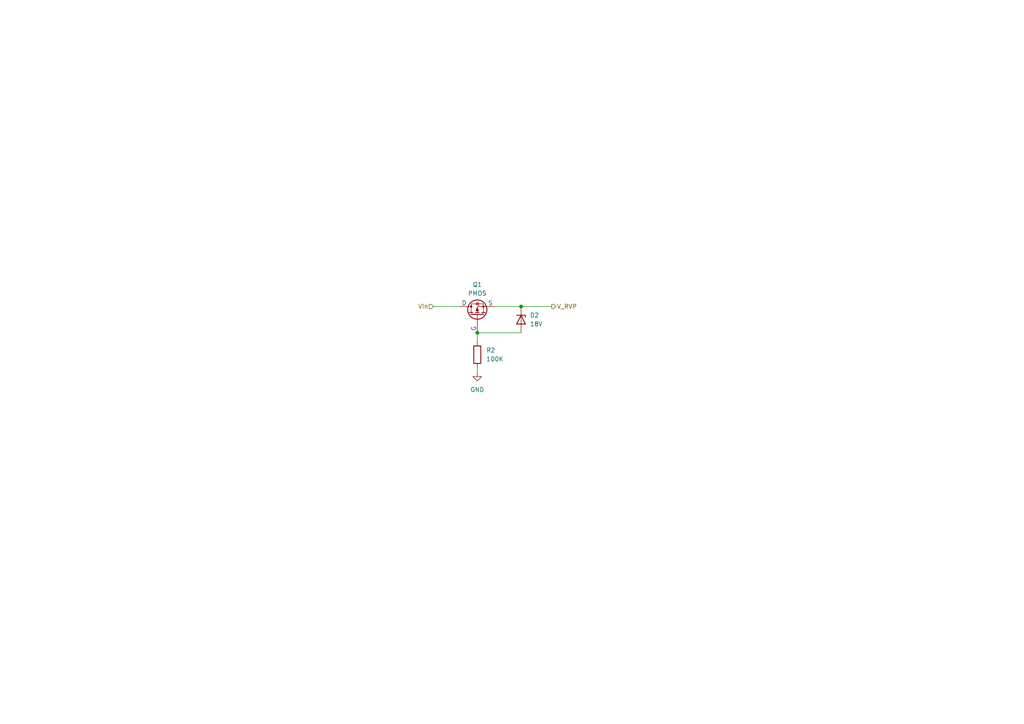
<source format=kicad_sch>
(kicad_sch (version 20231120) (generator "eeschema") (generator_version "8.0")
  (paper "A4")
  (lib_symbols
    (symbol "Device:D_Zener" (pin_numbers hide) (pin_names (offset 1.016) hide)
      (property "Reference" "D" (at 0 2.54 0))
      (property "Value" "D_Zener" (at 0 -2.54 0))
      (symbol "D_Zener_0_1"
        (polyline (pts (xy 1.27 0) (xy -1.27 0)))
        (polyline (pts (xy -1.27 -1.27) (xy -1.27 1.27) (xy -0.762 1.27)) (stroke (width 0.254)))
        (polyline (pts (xy 1.27 -1.27) (xy 1.27 1.27) (xy -1.27 0) (xy 1.27 -1.27)) (stroke (width 0.254)))
      )
      (symbol "D_Zener_1_1"
        (pin passive line (at -3.81 0 0) (length 2.54) (name "K") (number "1"))
        (pin passive line (at 3.81 0 180) (length 2.54) (name "A") (number "2"))
      )
    )
    (symbol "Device:R" (pin_numbers hide) (pin_names (offset 0))
      (property "Reference" "R" (at 2.032 0 90))
      (property "Value" "R" (at 0 0 90))
      (symbol "R_0_1"
        (rectangle (start -1.016 -2.54) (end 1.016 2.54) (stroke (width 0.254)))
      )
      (symbol "R_1_1"
        (pin passive line (at 0 3.81 270) (length 1.27) (name "~") (number "1"))
        (pin passive line (at 0 -3.81 90) (length 1.27) (name "~") (number "2"))
      )
    )
    (symbol "Simulation_SPICE:PMOS" (pin_numbers hide) (pin_names (offset 0))
      (property "Reference" "Q" (at 5.08 1.27 0))
      (property "Value" "PMOS" (at 5.08 -1.27 0))
      (symbol "PMOS_0_1"
        (polyline (pts (xy 0.254 0) (xy -2.54 0)))
        (polyline (pts (xy 0.254 1.905) (xy 0.254 -1.905)) (stroke (width 0.254)))
        (polyline (pts (xy 0.762 -1.27) (xy 0.762 -2.286)) (stroke (width 0.254)))
        (polyline (pts (xy 0.762 0.508) (xy 0.762 -0.508)) (stroke (width 0.254)))
        (polyline (pts (xy 0.762 2.286) (xy 0.762 1.27)) (stroke (width 0.254)))
        (polyline (pts (xy 2.54 2.54) (xy 2.54 1.778)))
        (polyline (pts (xy 2.54 -2.54) (xy 2.54 0) (xy 0.762 0)))
        (polyline (pts (xy 0.762 1.778) (xy 3.302 1.778) (xy 3.302 -1.778) (xy 0.762 -1.778)))
        (polyline (pts (xy 2.286 0) (xy 1.27 0.381) (xy 1.27 -0.381) (xy 2.286 0)) (fill (type outline)))
        (polyline (pts (xy 2.794 -0.508) (xy 2.921 -0.381) (xy 3.683 -0.381) (xy 3.81 -0.254)))
        (polyline (pts (xy 3.302 -0.381) (xy 2.921 0.254) (xy 3.683 0.254) (xy 3.302 -0.381)))
        (circle (center 1.651 0) (radius 2.794) (stroke (width 0.254)))
        (circle (center 2.54 -1.778) (radius 0.254) (fill (type outline)))
        (circle (center 2.54 1.778) (radius 0.254) (fill (type outline)))
      )
      (symbol "PMOS_1_1"
        (pin passive line (at 2.54 5.08 270) (length 2.54) (name "D") (number "1"))
        (pin input line (at -5.08 0 0) (length 2.54) (name "G") (number "2"))
        (pin passive line (at 2.54 -5.08 90) (length 2.54) (name "S") (number "3"))
      )
    )
    (symbol "power:GND" (power) (pin_numbers hide) (pin_names (offset 0) hide)
      (property "Value" "GND" (at 0 -3.81 0))
      (symbol "GND_0_1"
        (polyline (pts (xy 0 0) (xy 0 -1.27) (xy 1.27 -1.27) (xy 0 -2.54) (xy -1.27 -1.27) (xy 0 -1.27)))
      )
      (symbol "GND_1_1"
        (pin power_in line (at 0 0 270) (length 0) (name "~") (number "1"))
      )
    )
  )
  (junction (at 151.13 88.9))
  (junction (at 138.43 96.52))
  (wire (pts (xy 151.13 88.9) (xy 160.02 88.9)))
  (wire (pts (xy 143.51 88.9) (xy 151.13 88.9)))
  (wire (pts (xy 138.43 96.52) (xy 151.13 96.52)))
  (wire (pts (xy 138.43 96.52) (xy 138.43 99.06)))
  (wire (pts (xy 138.43 106.68) (xy 138.43 107.95)))
  (wire (pts (xy 133.35 88.9) (xy 125.73 88.9)))
  (hierarchical_label "V_RVP" (shape output) (at 160.02 88.9 0))
  (hierarchical_label "Vin" (shape input) (at 125.73 88.9 180))
  (symbol (lib_id "Device:D_Zener") (at 151.13 92.71 270) (unit 1)
    (property "Reference" "D2" (at 153.67 91.4399 90) (effects (justify left)))
    (property "Value" "18V" (at 153.67 93.9799 90) (effects (justify left)))
    (property "Description" "Zener diode" (effects (hide yes)))
  )
  (symbol (lib_id "power:GND") (at 138.43 107.95 0) (unit 1)
    (property "Reference" "#PWR4" (effects (hide yes)))
    (property "Value" "GND" (at 138.43 113.03 0))
    (property "Description" "Power symbol creates a global label with name \"GND\" , ground" (effects (hide yes)))
  )
  (symbol (lib_id "Device:R") (at 138.43 102.87 0) (unit 1)
    (property "Reference" "R2" (at 140.97 101.5999 0) (effects (justify left)))
    (property "Value" "100K" (at 140.97 104.1399 0) (effects (justify left)))
    (property "Description" "Resistor" (effects (hide yes)))
  )
  (symbol (lib_id "Simulation_SPICE:PMOS") (at 138.43 91.44 90) (unit 1)
    (property "Reference" "Q1" (at 138.43 82.55 90))
    (property "Value" "PMOS" (at 138.43 85.09 90))
    (property "Datasheet" "https://ngspice.sourceforge.io/docs/ngspice-html-manual/manual.xhtml#cha_MOSFETs" (effects (hide yes)))
    (property "Description" "P-MOSFET transistor, drain/source/gate" (effects (hide yes)))
    (property "Sim.Device" "PMOS" (effects (hide yes)))
    (property "Sim.Type" "VDMOS" (effects (hide yes)))
    (property "Sim.Pins" "1=D 2=G 3=S" (effects (hide yes)))
  )
)
</source>
